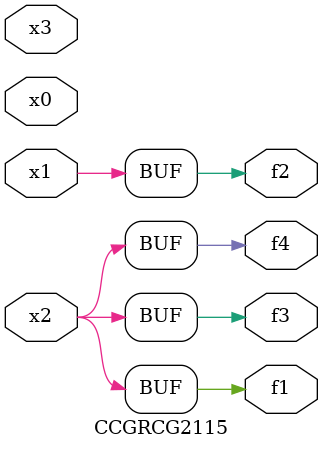
<source format=v>
module CCGRCG2115(
	input x0, x1, x2, x3,
	output f1, f2, f3, f4
);
	assign f1 = x2;
	assign f2 = x1;
	assign f3 = x2;
	assign f4 = x2;
endmodule

</source>
